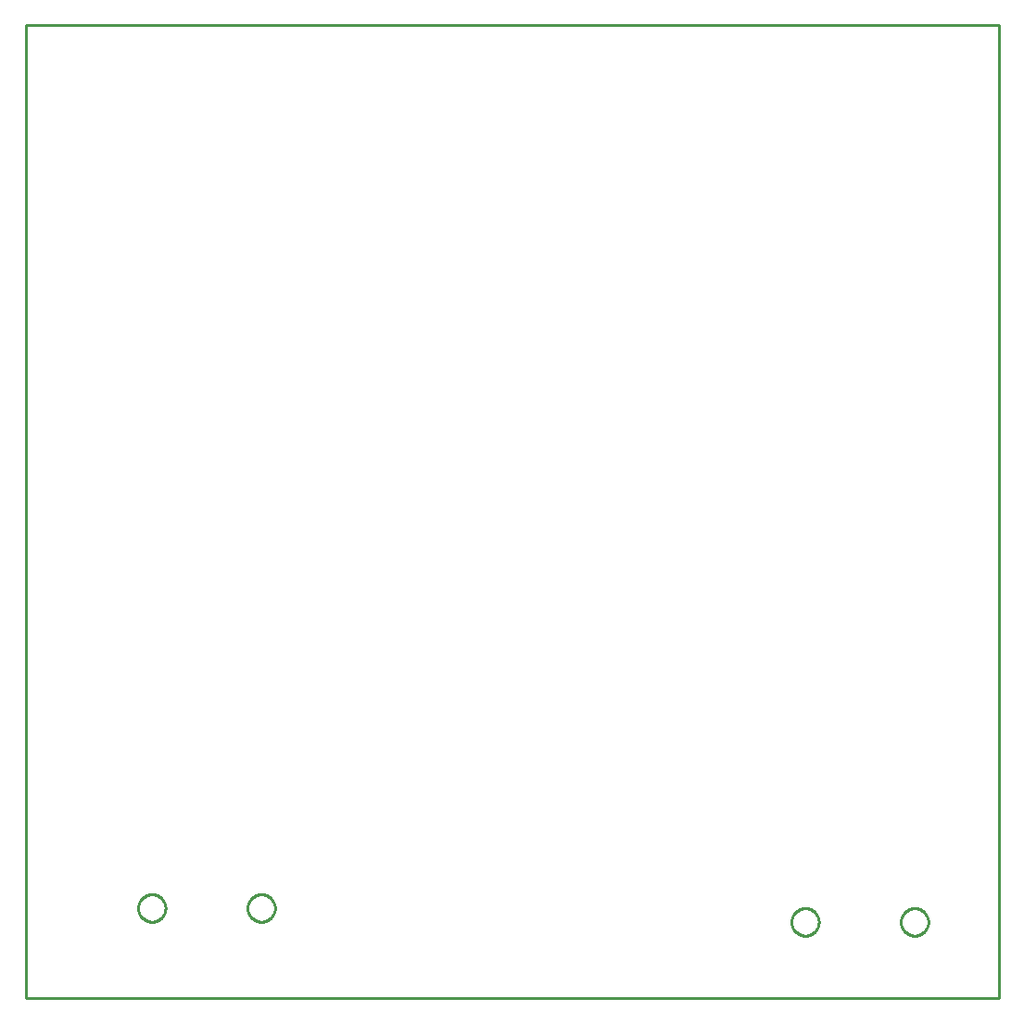
<source format=gbr>
G04 EAGLE Gerber RS-274X export*
G75*
%MOMM*%
%FSLAX34Y34*%
%LPD*%
%IN*%
%IPPOS*%
%AMOC8*
5,1,8,0,0,1.08239X$1,22.5*%
G01*
%ADD10C,0.254000*%


D10*
X0Y0D02*
X889000Y0D01*
X889000Y889000D01*
X0Y889000D01*
X0Y0D01*
X799500Y70191D02*
X799577Y71170D01*
X799731Y72141D01*
X799960Y73096D01*
X800264Y74030D01*
X800639Y74937D01*
X801085Y75812D01*
X801599Y76650D01*
X802176Y77445D01*
X802814Y78192D01*
X803508Y78886D01*
X804255Y79524D01*
X805050Y80101D01*
X805888Y80615D01*
X806763Y81061D01*
X807670Y81436D01*
X808604Y81740D01*
X809560Y81969D01*
X810530Y82123D01*
X811509Y82200D01*
X812491Y82200D01*
X813470Y82123D01*
X814441Y81969D01*
X815396Y81740D01*
X816330Y81436D01*
X817237Y81061D01*
X818112Y80615D01*
X818950Y80101D01*
X819745Y79524D01*
X820492Y78886D01*
X821186Y78192D01*
X821824Y77445D01*
X822401Y76650D01*
X822915Y75812D01*
X823361Y74937D01*
X823736Y74030D01*
X824040Y73096D01*
X824269Y72141D01*
X824423Y71170D01*
X824500Y70191D01*
X824500Y69209D01*
X824423Y68230D01*
X824269Y67260D01*
X824040Y66304D01*
X823736Y65370D01*
X823361Y64463D01*
X822915Y63588D01*
X822401Y62750D01*
X821824Y61955D01*
X821186Y61208D01*
X820492Y60514D01*
X819745Y59876D01*
X818950Y59299D01*
X818112Y58785D01*
X817237Y58339D01*
X816330Y57964D01*
X815396Y57660D01*
X814441Y57431D01*
X813470Y57277D01*
X812491Y57200D01*
X811509Y57200D01*
X810530Y57277D01*
X809560Y57431D01*
X808604Y57660D01*
X807670Y57964D01*
X806763Y58339D01*
X805888Y58785D01*
X805050Y59299D01*
X804255Y59876D01*
X803508Y60514D01*
X802814Y61208D01*
X802176Y61955D01*
X801599Y62750D01*
X801085Y63588D01*
X800639Y64463D01*
X800264Y65370D01*
X799960Y66304D01*
X799731Y67260D01*
X799577Y68230D01*
X799500Y69209D01*
X799500Y70191D01*
X699500Y70191D02*
X699577Y71170D01*
X699731Y72141D01*
X699960Y73096D01*
X700264Y74030D01*
X700639Y74937D01*
X701085Y75812D01*
X701599Y76650D01*
X702176Y77445D01*
X702814Y78192D01*
X703508Y78886D01*
X704255Y79524D01*
X705050Y80101D01*
X705888Y80615D01*
X706763Y81061D01*
X707670Y81436D01*
X708604Y81740D01*
X709560Y81969D01*
X710530Y82123D01*
X711509Y82200D01*
X712491Y82200D01*
X713470Y82123D01*
X714441Y81969D01*
X715396Y81740D01*
X716330Y81436D01*
X717237Y81061D01*
X718112Y80615D01*
X718950Y80101D01*
X719745Y79524D01*
X720492Y78886D01*
X721186Y78192D01*
X721824Y77445D01*
X722401Y76650D01*
X722915Y75812D01*
X723361Y74937D01*
X723736Y74030D01*
X724040Y73096D01*
X724269Y72141D01*
X724423Y71170D01*
X724500Y70191D01*
X724500Y69209D01*
X724423Y68230D01*
X724269Y67260D01*
X724040Y66304D01*
X723736Y65370D01*
X723361Y64463D01*
X722915Y63588D01*
X722401Y62750D01*
X721824Y61955D01*
X721186Y61208D01*
X720492Y60514D01*
X719745Y59876D01*
X718950Y59299D01*
X718112Y58785D01*
X717237Y58339D01*
X716330Y57964D01*
X715396Y57660D01*
X714441Y57431D01*
X713470Y57277D01*
X712491Y57200D01*
X711509Y57200D01*
X710530Y57277D01*
X709560Y57431D01*
X708604Y57660D01*
X707670Y57964D01*
X706763Y58339D01*
X705888Y58785D01*
X705050Y59299D01*
X704255Y59876D01*
X703508Y60514D01*
X702814Y61208D01*
X702176Y61955D01*
X701599Y62750D01*
X701085Y63588D01*
X700639Y64463D01*
X700264Y65370D01*
X699960Y66304D01*
X699731Y67260D01*
X699577Y68230D01*
X699500Y69209D01*
X699500Y70191D01*
X202600Y82891D02*
X202677Y83870D01*
X202831Y84841D01*
X203060Y85796D01*
X203364Y86730D01*
X203739Y87637D01*
X204185Y88512D01*
X204699Y89350D01*
X205276Y90145D01*
X205914Y90892D01*
X206608Y91586D01*
X207355Y92224D01*
X208150Y92801D01*
X208988Y93315D01*
X209863Y93761D01*
X210770Y94136D01*
X211704Y94440D01*
X212660Y94669D01*
X213630Y94823D01*
X214609Y94900D01*
X215591Y94900D01*
X216570Y94823D01*
X217541Y94669D01*
X218496Y94440D01*
X219430Y94136D01*
X220337Y93761D01*
X221212Y93315D01*
X222050Y92801D01*
X222845Y92224D01*
X223592Y91586D01*
X224286Y90892D01*
X224924Y90145D01*
X225501Y89350D01*
X226015Y88512D01*
X226461Y87637D01*
X226836Y86730D01*
X227140Y85796D01*
X227369Y84841D01*
X227523Y83870D01*
X227600Y82891D01*
X227600Y81909D01*
X227523Y80930D01*
X227369Y79960D01*
X227140Y79004D01*
X226836Y78070D01*
X226461Y77163D01*
X226015Y76288D01*
X225501Y75450D01*
X224924Y74655D01*
X224286Y73908D01*
X223592Y73214D01*
X222845Y72576D01*
X222050Y71999D01*
X221212Y71485D01*
X220337Y71039D01*
X219430Y70664D01*
X218496Y70360D01*
X217541Y70131D01*
X216570Y69977D01*
X215591Y69900D01*
X214609Y69900D01*
X213630Y69977D01*
X212660Y70131D01*
X211704Y70360D01*
X210770Y70664D01*
X209863Y71039D01*
X208988Y71485D01*
X208150Y71999D01*
X207355Y72576D01*
X206608Y73214D01*
X205914Y73908D01*
X205276Y74655D01*
X204699Y75450D01*
X204185Y76288D01*
X203739Y77163D01*
X203364Y78070D01*
X203060Y79004D01*
X202831Y79960D01*
X202677Y80930D01*
X202600Y81909D01*
X202600Y82891D01*
X102600Y82891D02*
X102677Y83870D01*
X102831Y84841D01*
X103060Y85796D01*
X103364Y86730D01*
X103739Y87637D01*
X104185Y88512D01*
X104699Y89350D01*
X105276Y90145D01*
X105914Y90892D01*
X106608Y91586D01*
X107355Y92224D01*
X108150Y92801D01*
X108988Y93315D01*
X109863Y93761D01*
X110770Y94136D01*
X111704Y94440D01*
X112660Y94669D01*
X113630Y94823D01*
X114609Y94900D01*
X115591Y94900D01*
X116570Y94823D01*
X117541Y94669D01*
X118496Y94440D01*
X119430Y94136D01*
X120337Y93761D01*
X121212Y93315D01*
X122050Y92801D01*
X122845Y92224D01*
X123592Y91586D01*
X124286Y90892D01*
X124924Y90145D01*
X125501Y89350D01*
X126015Y88512D01*
X126461Y87637D01*
X126836Y86730D01*
X127140Y85796D01*
X127369Y84841D01*
X127523Y83870D01*
X127600Y82891D01*
X127600Y81909D01*
X127523Y80930D01*
X127369Y79960D01*
X127140Y79004D01*
X126836Y78070D01*
X126461Y77163D01*
X126015Y76288D01*
X125501Y75450D01*
X124924Y74655D01*
X124286Y73908D01*
X123592Y73214D01*
X122845Y72576D01*
X122050Y71999D01*
X121212Y71485D01*
X120337Y71039D01*
X119430Y70664D01*
X118496Y70360D01*
X117541Y70131D01*
X116570Y69977D01*
X115591Y69900D01*
X114609Y69900D01*
X113630Y69977D01*
X112660Y70131D01*
X111704Y70360D01*
X110770Y70664D01*
X109863Y71039D01*
X108988Y71485D01*
X108150Y71999D01*
X107355Y72576D01*
X106608Y73214D01*
X105914Y73908D01*
X105276Y74655D01*
X104699Y75450D01*
X104185Y76288D01*
X103739Y77163D01*
X103364Y78070D01*
X103060Y79004D01*
X102831Y79960D01*
X102677Y80930D01*
X102600Y81909D01*
X102600Y82891D01*
M02*

</source>
